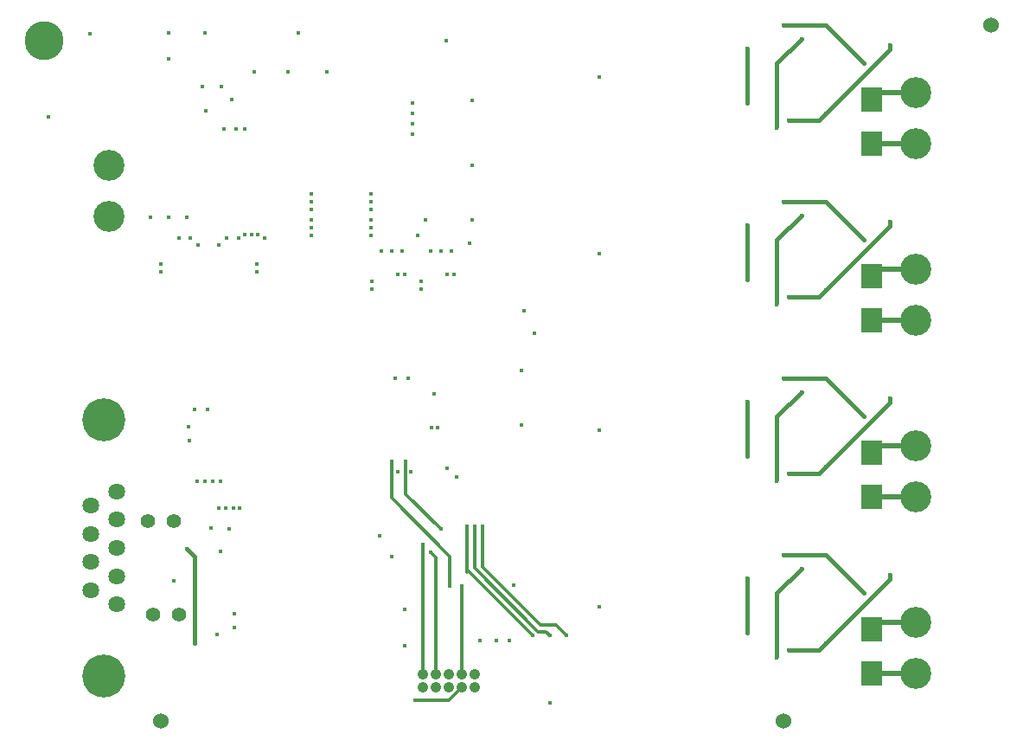
<source format=gbl>
G04*
G04 #@! TF.GenerationSoftware,Altium Limited,Altium Designer,20.1.11 (218)*
G04*
G04 Layer_Physical_Order=4*
G04 Layer_Color=16711680*
%FSLAX25Y25*%
%MOIN*%
G70*
G04*
G04 #@! TF.SameCoordinates,72BFA0CC-D413-471F-905E-0F2E94EAAD8C*
G04*
G04*
G04 #@! TF.FilePolarity,Positive*
G04*
G01*
G75*
%ADD101C,0.01200*%
%ADD102C,0.01500*%
%ADD105C,0.02000*%
%ADD107C,0.06000*%
%ADD108C,0.04200*%
%ADD109C,0.11900*%
%ADD110C,0.05500*%
%ADD111C,0.06437*%
%ADD112C,0.16535*%
%ADD113C,0.01772*%
%ADD114C,0.15000*%
%ADD115R,0.08465X0.09646*%
D101*
X281000Y168000D02*
Y218000D01*
X328500Y184500D02*
X330000Y183000D01*
X325500Y184500D02*
X328500D01*
X301000Y209000D02*
X325500Y184500D01*
X301000Y209000D02*
Y225000D01*
X304000Y209500D02*
X326500Y187000D01*
X332423D01*
X336423Y183000D01*
X304000Y209500D02*
Y225000D01*
X298000Y207483D02*
Y225000D01*
X323483Y183000D02*
X323483D01*
X298000Y208483D02*
X323483Y183000D01*
X296000Y168000D02*
Y202000D01*
X274500Y237500D02*
Y250000D01*
Y237500D02*
X288000Y224000D01*
X291500Y202116D02*
Y213500D01*
X269000Y236000D02*
X291500Y213500D01*
X269000Y236000D02*
Y250000D01*
X286000Y168000D02*
Y213000D01*
X284000Y215000D02*
X286000Y213000D01*
X278000Y158000D02*
X290781D01*
X290891Y158109D01*
X291000Y158000D01*
X296000Y163000D01*
D102*
X417500Y175014D02*
Y199503D01*
X426949Y208952D01*
X406010Y205000D02*
X406028Y205018D01*
X406000Y205000D02*
X406010D01*
X406000Y184000D02*
Y205000D01*
X436500Y214000D02*
X451000Y199500D01*
X420000Y214000D02*
X436500D01*
X461000Y204700D02*
Y206500D01*
X436500Y180200D02*
X461000Y204700D01*
X436500Y180200D02*
X436500D01*
X433800Y177500D02*
X436500Y180200D01*
X422000Y177500D02*
X433800D01*
X417500Y243015D02*
Y267503D01*
X426949Y276952D01*
X406010Y273000D02*
X406028Y273018D01*
X406000Y273000D02*
X406010D01*
X406000Y252000D02*
Y273000D01*
X436500Y282000D02*
X451000Y267500D01*
X420000Y282000D02*
X436500D01*
X461000Y272700D02*
Y274500D01*
X436500Y248200D02*
X461000Y272700D01*
X436500Y248200D02*
X436500D01*
X433800Y245500D02*
X436500Y248200D01*
X422000Y245500D02*
X433800D01*
X417500Y335503D02*
X426949Y344952D01*
X417500Y311015D02*
Y335503D01*
X406010Y341000D02*
X406028Y341018D01*
X406000Y341000D02*
X406010D01*
X406000Y320000D02*
Y341000D01*
X436500Y350000D02*
X451000Y335500D01*
X420000Y350000D02*
X436500D01*
X461000Y340700D02*
Y342500D01*
X436500Y316200D02*
X461000Y340700D01*
X436500Y316200D02*
X436500D01*
X433800Y313500D02*
X436500Y316200D01*
X422000Y313500D02*
X433800D01*
X417500Y403503D02*
X426949Y412952D01*
X417500Y379014D02*
Y403503D01*
X406010Y409000D02*
X406028Y409018D01*
X406000Y409000D02*
X406010D01*
X406000Y388000D02*
Y409000D01*
X436500Y418000D02*
X451000Y403500D01*
X420000Y418000D02*
X436500D01*
X461000Y408700D02*
Y410500D01*
X436500Y384200D02*
X461000Y408700D01*
X436500Y384200D02*
X436500D01*
X433800Y381500D02*
X436500Y384200D01*
X422000Y381500D02*
X433800D01*
X193000Y180000D02*
Y213500D01*
X190000Y216500D02*
Y216500D01*
Y216500D02*
X193000Y213500D01*
D105*
X456500Y188000D02*
X471000D01*
X454000Y185500D02*
X456500Y188000D01*
X470342Y170000D02*
X472024Y168318D01*
X454253D02*
X471024D01*
X454000Y168571D02*
X454253Y168318D01*
X456500Y256000D02*
X471000D01*
X454000Y253500D02*
X456500Y256000D01*
X470342Y238000D02*
X472024Y236318D01*
X454253D02*
X471024D01*
X454000Y236571D02*
X454253Y236318D01*
X456500Y324000D02*
X471000D01*
X454000Y321500D02*
X456500Y324000D01*
X470342Y306000D02*
X472024Y304318D01*
X454253D02*
X471024D01*
X454000Y304571D02*
X454253Y304318D01*
X456500Y392000D02*
X471000D01*
X454000Y389500D02*
X456500Y392000D01*
X470342Y374000D02*
X472024Y372318D01*
X454253D02*
X471024D01*
X454000Y372571D02*
X454253Y372318D01*
D107*
X420000Y150000D02*
D03*
X180000D02*
D03*
X500000Y418000D02*
D03*
D108*
X301000Y168000D02*
D03*
Y163000D02*
D03*
X296000Y168000D02*
D03*
Y163000D02*
D03*
X291000Y168000D02*
D03*
Y163000D02*
D03*
X286000Y168000D02*
D03*
Y163000D02*
D03*
X281000Y168000D02*
D03*
Y163000D02*
D03*
D109*
X160000Y364000D02*
D03*
X160024Y344318D02*
D03*
X471024Y168318D02*
D03*
X471000Y188000D02*
D03*
X471024Y236318D02*
D03*
X471000Y256000D02*
D03*
X471024Y304318D02*
D03*
X471000Y324000D02*
D03*
X471024Y372318D02*
D03*
X471000Y392000D02*
D03*
D110*
X175000Y227000D02*
D03*
X185000D02*
D03*
X177000Y191000D02*
D03*
X187000D02*
D03*
D111*
X153000Y233150D02*
D03*
Y222244D02*
D03*
Y211378D02*
D03*
Y200472D02*
D03*
X163000Y195000D02*
D03*
Y205906D02*
D03*
Y216811D02*
D03*
Y227716D02*
D03*
Y238622D02*
D03*
D112*
X158000Y167598D02*
D03*
Y266024D02*
D03*
D113*
X281000Y218000D02*
D03*
X271500Y246000D02*
D03*
X183000Y405000D02*
D03*
X152885Y414868D02*
D03*
X136885Y382868D02*
D03*
X233000Y415000D02*
D03*
X244000Y400000D02*
D03*
X220000Y336000D02*
D03*
X215000Y337500D02*
D03*
X299000Y334000D02*
D03*
X290000Y412000D02*
D03*
X300000Y389000D02*
D03*
X300004Y364141D02*
D03*
X300000Y343000D02*
D03*
X279000Y337000D02*
D03*
X282000Y343000D02*
D03*
X265000Y331000D02*
D03*
X269000D02*
D03*
X273000D02*
D03*
X292000D02*
D03*
X288000D02*
D03*
X284000D02*
D03*
X285500Y276000D02*
D03*
X294000Y244000D02*
D03*
X290500Y247500D02*
D03*
X286611Y263074D02*
D03*
X284500Y263000D02*
D03*
X261500Y319500D02*
D03*
Y316500D02*
D03*
X280500D02*
D03*
Y319500D02*
D03*
X274000Y322000D02*
D03*
X271500D02*
D03*
X290500D02*
D03*
X293000D02*
D03*
X261000Y343000D02*
D03*
Y337000D02*
D03*
X238000D02*
D03*
Y340000D02*
D03*
X261000D02*
D03*
X426949Y208952D02*
D03*
X417500Y174514D02*
D03*
X406028Y205018D02*
D03*
X406000Y184000D02*
D03*
X349000Y194000D02*
D03*
X451000Y199500D02*
D03*
X420000Y214000D02*
D03*
X461000Y206500D02*
D03*
X436500Y180200D02*
D03*
X422000Y177500D02*
D03*
X426949Y276952D02*
D03*
X417500Y242514D02*
D03*
X406028Y273018D02*
D03*
X406000Y252000D02*
D03*
X349000Y262000D02*
D03*
X451000Y267500D02*
D03*
X420000Y282000D02*
D03*
X461000Y274500D02*
D03*
X436500Y248200D02*
D03*
X422000Y245500D02*
D03*
X426949Y344952D02*
D03*
X417500Y310514D02*
D03*
X406028Y341018D02*
D03*
X406000Y320000D02*
D03*
X349000Y330000D02*
D03*
X451000Y335500D02*
D03*
X420000Y350000D02*
D03*
X461000Y342500D02*
D03*
X436500Y316200D02*
D03*
X422000Y313500D02*
D03*
X277000Y376000D02*
D03*
Y380000D02*
D03*
Y384000D02*
D03*
Y388000D02*
D03*
X336423Y183000D02*
D03*
X193000Y270000D02*
D03*
X198000D02*
D03*
X349000Y398000D02*
D03*
X210000Y336000D02*
D03*
X203500Y394500D02*
D03*
X216000Y400000D02*
D03*
X229000D02*
D03*
X207500Y389500D02*
D03*
X196000Y394500D02*
D03*
X197500Y385000D02*
D03*
X204500Y378000D02*
D03*
X209000D02*
D03*
X212500D02*
D03*
X275500Y282000D02*
D03*
X270500D02*
D03*
X183000Y415000D02*
D03*
X197000D02*
D03*
X426949Y412952D02*
D03*
X417500Y378515D02*
D03*
X406028Y409018D02*
D03*
X406000Y388000D02*
D03*
X451000Y403500D02*
D03*
X420000Y418000D02*
D03*
X461000Y410500D02*
D03*
X436500Y384200D02*
D03*
X422000Y381500D02*
D03*
X324000Y299500D02*
D03*
X208500Y191500D02*
D03*
Y186000D02*
D03*
X201658Y183500D02*
D03*
X203000Y215500D02*
D03*
X206500Y224000D02*
D03*
X199600Y224500D02*
D03*
X203000Y242500D02*
D03*
X197000D02*
D03*
X191000Y258000D02*
D03*
X190900Y263600D02*
D03*
X200000Y242500D02*
D03*
X194000D02*
D03*
X210500Y232000D02*
D03*
X208000D02*
D03*
X205000D02*
D03*
X202500D02*
D03*
X185000Y204000D02*
D03*
X205500Y336000D02*
D03*
X202500Y333500D02*
D03*
X194500D02*
D03*
X191500Y336000D02*
D03*
X187000D02*
D03*
X190000Y344000D02*
D03*
X183000D02*
D03*
X176000D02*
D03*
X217500Y337500D02*
D03*
X212500D02*
D03*
X238000Y347000D02*
D03*
Y350000D02*
D03*
Y353000D02*
D03*
Y343000D02*
D03*
X261000Y347000D02*
D03*
Y350000D02*
D03*
Y353000D02*
D03*
X180000Y326000D02*
D03*
Y323000D02*
D03*
X217000D02*
D03*
Y326000D02*
D03*
X330000Y157000D02*
D03*
X323483Y183000D02*
D03*
X330000D02*
D03*
X304000Y225000D02*
D03*
X301000D02*
D03*
X298000D02*
D03*
X296000Y202000D02*
D03*
X288000Y224000D02*
D03*
X274500Y250000D02*
D03*
X269000D02*
D03*
X291500Y202116D02*
D03*
X268994Y213399D02*
D03*
X274000Y179000D02*
D03*
Y193000D02*
D03*
X276500Y246000D02*
D03*
X303000Y181000D02*
D03*
X314500D02*
D03*
X309500D02*
D03*
X320000Y308000D02*
D03*
X319000Y285000D02*
D03*
Y264000D02*
D03*
X264500Y221500D02*
D03*
X284000Y215000D02*
D03*
X278000Y158000D02*
D03*
X190000Y216500D02*
D03*
X193000Y180000D02*
D03*
X316000Y202500D02*
D03*
D114*
X135000Y412000D02*
D03*
D115*
X454000Y168571D02*
D03*
Y185500D02*
D03*
Y236571D02*
D03*
Y253500D02*
D03*
Y304571D02*
D03*
Y321500D02*
D03*
Y372571D02*
D03*
Y389500D02*
D03*
M02*

</source>
